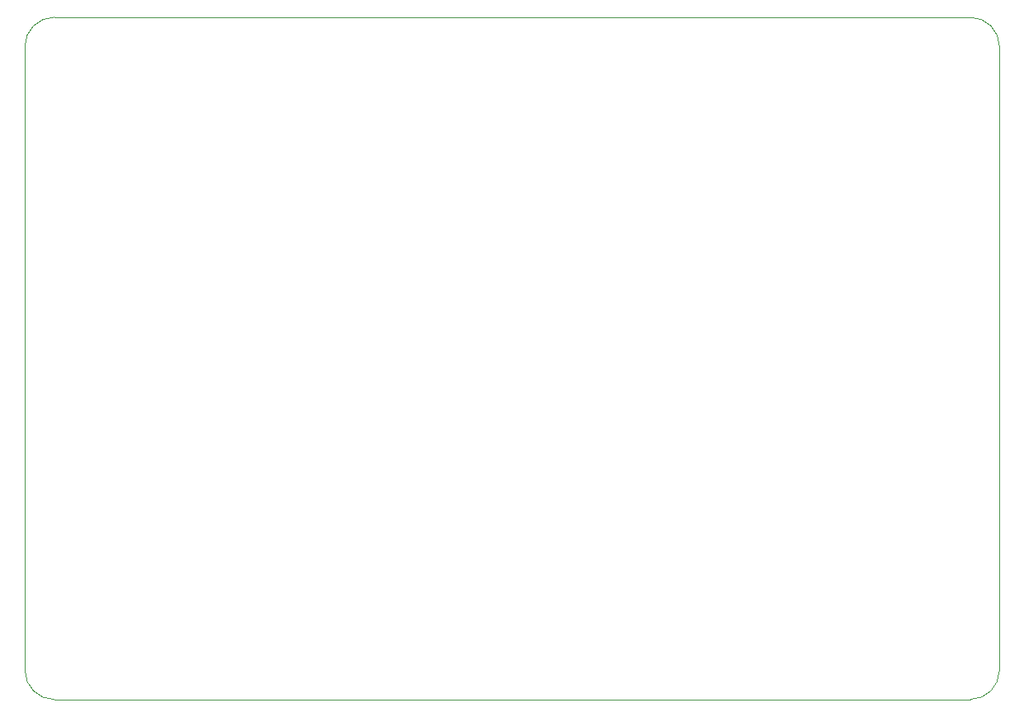
<source format=gbr>
G04 #@! TF.GenerationSoftware,KiCad,Pcbnew,(5.1.2)-1*
G04 #@! TF.CreationDate,2021-02-01T19:25:35-05:00*
G04 #@! TF.ProjectId,ZP-Breakout,5a502d42-7265-4616-9b6f-75742e6b6963,rev?*
G04 #@! TF.SameCoordinates,Original*
G04 #@! TF.FileFunction,Profile,NP*
%FSLAX46Y46*%
G04 Gerber Fmt 4.6, Leading zero omitted, Abs format (unit mm)*
G04 Created by KiCad (PCBNEW (5.1.2)-1) date 2021-02-01 19:25:35*
%MOMM*%
%LPD*%
G04 APERTURE LIST*
%ADD10C,0.100000*%
G04 APERTURE END LIST*
D10*
X50000000Y-154500000D02*
X50000000Y-90500000D01*
X147000000Y-157500000D02*
X53000000Y-157500000D01*
X150000000Y-90500000D02*
X150000000Y-154500000D01*
X53000000Y-87500000D02*
X147000000Y-87500000D01*
X50000000Y-90500000D02*
G75*
G02X53000000Y-87500000I3000000J0D01*
G01*
X53000000Y-157500000D02*
G75*
G02X50000000Y-154500000I0J3000000D01*
G01*
X150000000Y-154500000D02*
G75*
G02X147000000Y-157500000I-3000000J0D01*
G01*
X147000000Y-87500000D02*
G75*
G02X150000000Y-90500000I0J-3000000D01*
G01*
M02*

</source>
